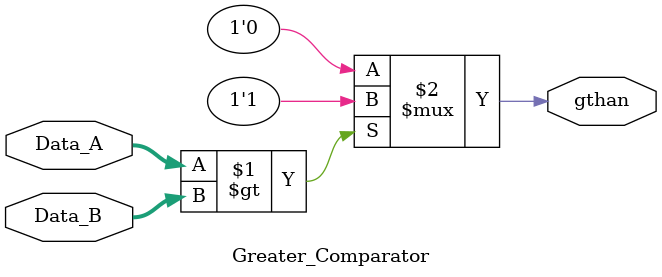
<source format=v>
`timescale 1ns / 1ps
module Greater_Comparator
	# (parameter W = 8)
	(
		input wire [W-1:0] Data_A, //input signal
		input wire [W-1:0] Data_B, //input signal
		output wire gthan //output signal, indicates if the input A is greater than input B
    );

	assign gthan = (Data_A > Data_B) ? 1'b1 : 1'b0; //The output value is "1" if A > B otherwise B >A


endmodule

</source>
